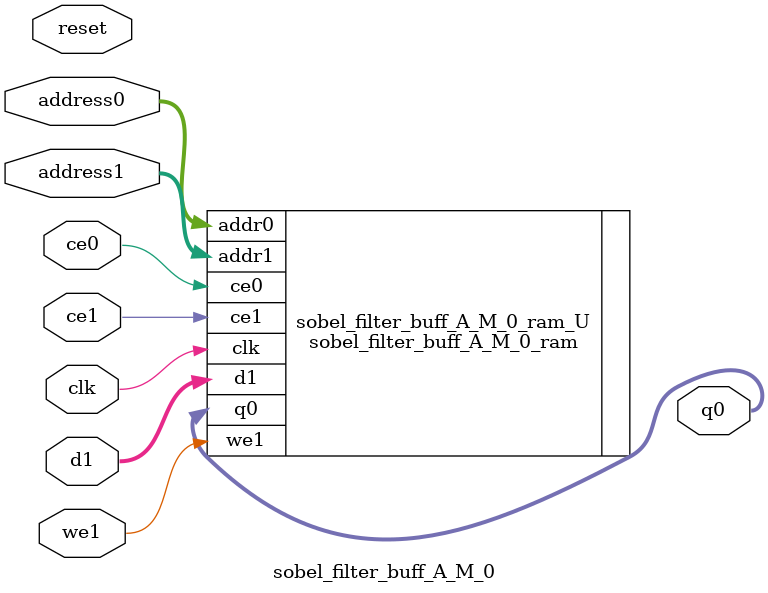
<source format=v>

`timescale 1 ns / 1 ps
module sobel_filter_buff_A_M_0(
    reset,
    clk,
    address0,
    ce0,
    q0,
    address1,
    ce1,
    we1,
    d1);

parameter DataWidth = 32'd8;
parameter AddressRange = 32'd1920;
parameter AddressWidth = 32'd11;
input reset;
input clk;
input[AddressWidth - 1:0] address0;
input ce0;
output[DataWidth - 1:0] q0;
input[AddressWidth - 1:0] address1;
input ce1;
input we1;
input[DataWidth - 1:0] d1;



sobel_filter_buff_A_M_0_ram sobel_filter_buff_A_M_0_ram_U(
    .clk( clk ),
    .addr0( address0 ),
    .ce0( ce0 ),
    .q0( q0 ),
    .addr1( address1 ),
    .ce1( ce1 ),
    .d1( d1 ),
    .we1( we1 ));

endmodule

</source>
